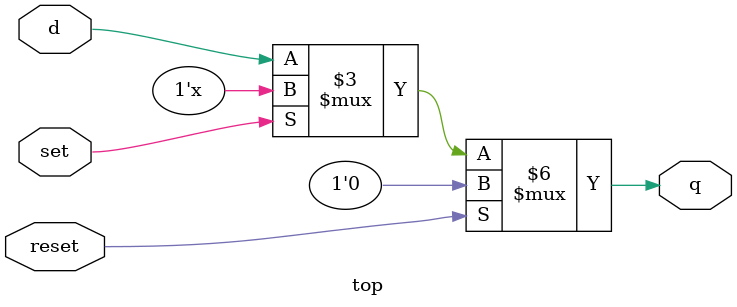
<source format=v>
module top(input set, input reset, input d, output reg q);
    always @(set or reset) begin
        if(reset) begin
            q <= 0;
        end else if(~set) begin
            q <= d;
        end
    end
endmodule

</source>
